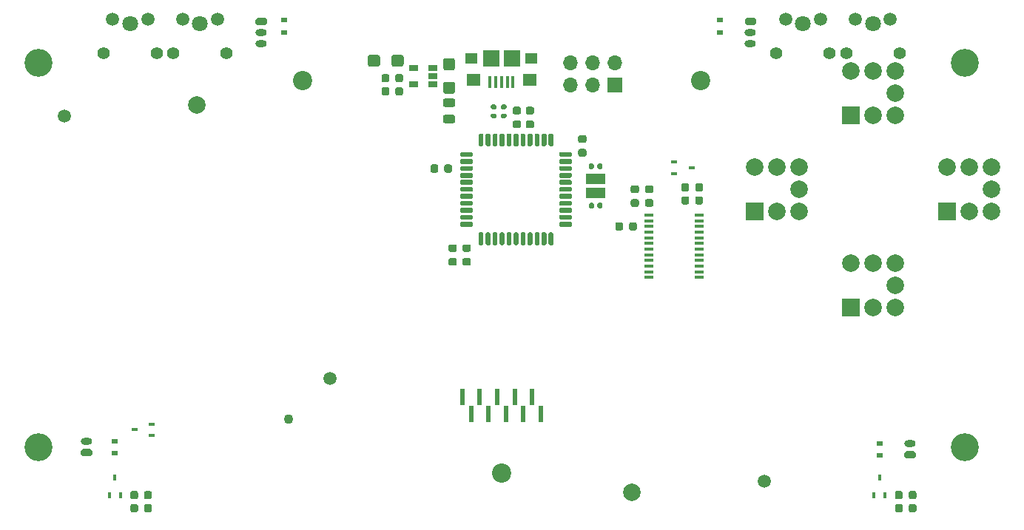
<source format=gbr>
G04 #@! TF.GenerationSoftware,KiCad,Pcbnew,(5.1.9)-1*
G04 #@! TF.CreationDate,2021-05-31T15:03:51+02:00*
G04 #@! TF.ProjectId,gamerino,67616d65-7269-46e6-9f2e-6b696361645f,01*
G04 #@! TF.SameCoordinates,Original*
G04 #@! TF.FileFunction,Soldermask,Bot*
G04 #@! TF.FilePolarity,Negative*
%FSLAX46Y46*%
G04 Gerber Fmt 4.6, Leading zero omitted, Abs format (unit mm)*
G04 Created by KiCad (PCBNEW (5.1.9)-1) date 2021-05-31 15:03:51*
%MOMM*%
%LPD*%
G01*
G04 APERTURE LIST*
%ADD10R,0.700000X0.450000*%
%ADD11R,2.200000X1.150000*%
%ADD12R,0.450000X0.700000*%
%ADD13R,0.700000X0.600000*%
%ADD14O,1.300000X0.800000*%
%ADD15C,2.000000*%
%ADD16R,2.000000X2.000000*%
%ADD17C,2.200000*%
%ADD18R,0.500000X1.950000*%
%ADD19C,3.200000*%
%ADD20C,1.500000*%
%ADD21C,1.100000*%
%ADD22R,0.400000X1.350000*%
%ADD23R,1.600000X1.400000*%
%ADD24R,1.450000X1.300000*%
%ADD25R,1.900000X1.900000*%
%ADD26C,1.400000*%
%ADD27C,1.800000*%
%ADD28R,1.700000X1.700000*%
%ADD29O,1.700000X1.700000*%
%ADD30R,1.060000X0.650000*%
%ADD31R,1.100000X0.400000*%
G04 APERTURE END LIST*
D10*
X157750000Y-76150000D03*
X157750000Y-74850000D03*
X159750000Y-75500000D03*
D11*
X148770000Y-78350000D03*
X148770000Y-76800000D03*
G36*
G01*
X97100000Y-113256250D02*
X97100000Y-112743750D01*
G75*
G02*
X97318750Y-112525000I218750J0D01*
G01*
X97756250Y-112525000D01*
G75*
G02*
X97975000Y-112743750I0J-218750D01*
G01*
X97975000Y-113256250D01*
G75*
G02*
X97756250Y-113475000I-218750J0D01*
G01*
X97318750Y-113475000D01*
G75*
G02*
X97100000Y-113256250I0J218750D01*
G01*
G37*
G36*
G01*
X95525000Y-113256250D02*
X95525000Y-112743750D01*
G75*
G02*
X95743750Y-112525000I218750J0D01*
G01*
X96181250Y-112525000D01*
G75*
G02*
X96400000Y-112743750I0J-218750D01*
G01*
X96400000Y-113256250D01*
G75*
G02*
X96181250Y-113475000I-218750J0D01*
G01*
X95743750Y-113475000D01*
G75*
G02*
X95525000Y-113256250I0J218750D01*
G01*
G37*
G36*
G01*
X95525000Y-114756250D02*
X95525000Y-114243750D01*
G75*
G02*
X95743750Y-114025000I218750J0D01*
G01*
X96181250Y-114025000D01*
G75*
G02*
X96400000Y-114243750I0J-218750D01*
G01*
X96400000Y-114756250D01*
G75*
G02*
X96181250Y-114975000I-218750J0D01*
G01*
X95743750Y-114975000D01*
G75*
G02*
X95525000Y-114756250I0J218750D01*
G01*
G37*
G36*
G01*
X97100000Y-114756250D02*
X97100000Y-114243750D01*
G75*
G02*
X97318750Y-114025000I218750J0D01*
G01*
X97756250Y-114025000D01*
G75*
G02*
X97975000Y-114243750I0J-218750D01*
G01*
X97975000Y-114756250D01*
G75*
G02*
X97756250Y-114975000I-218750J0D01*
G01*
X97318750Y-114975000D01*
G75*
G02*
X97100000Y-114756250I0J218750D01*
G01*
G37*
G36*
G01*
X183025000Y-113256250D02*
X183025000Y-112743750D01*
G75*
G02*
X183243750Y-112525000I218750J0D01*
G01*
X183681250Y-112525000D01*
G75*
G02*
X183900000Y-112743750I0J-218750D01*
G01*
X183900000Y-113256250D01*
G75*
G02*
X183681250Y-113475000I-218750J0D01*
G01*
X183243750Y-113475000D01*
G75*
G02*
X183025000Y-113256250I0J218750D01*
G01*
G37*
G36*
G01*
X184600000Y-113256250D02*
X184600000Y-112743750D01*
G75*
G02*
X184818750Y-112525000I218750J0D01*
G01*
X185256250Y-112525000D01*
G75*
G02*
X185475000Y-112743750I0J-218750D01*
G01*
X185475000Y-113256250D01*
G75*
G02*
X185256250Y-113475000I-218750J0D01*
G01*
X184818750Y-113475000D01*
G75*
G02*
X184600000Y-113256250I0J218750D01*
G01*
G37*
G36*
G01*
X184600000Y-114756250D02*
X184600000Y-114243750D01*
G75*
G02*
X184818750Y-114025000I218750J0D01*
G01*
X185256250Y-114025000D01*
G75*
G02*
X185475000Y-114243750I0J-218750D01*
G01*
X185475000Y-114756250D01*
G75*
G02*
X185256250Y-114975000I-218750J0D01*
G01*
X184818750Y-114975000D01*
G75*
G02*
X184600000Y-114756250I0J218750D01*
G01*
G37*
G36*
G01*
X183025000Y-114756250D02*
X183025000Y-114243750D01*
G75*
G02*
X183243750Y-114025000I218750J0D01*
G01*
X183681250Y-114025000D01*
G75*
G02*
X183900000Y-114243750I0J-218750D01*
G01*
X183900000Y-114756250D01*
G75*
G02*
X183681250Y-114975000I-218750J0D01*
G01*
X183243750Y-114975000D01*
G75*
G02*
X183025000Y-114756250I0J218750D01*
G01*
G37*
D12*
X181900000Y-113000000D03*
X180600000Y-113000000D03*
X181250000Y-111000000D03*
X93750000Y-111000000D03*
X93100000Y-113000000D03*
X94400000Y-113000000D03*
D13*
X93750000Y-108200000D03*
X93750000Y-106800000D03*
X181250000Y-107050000D03*
X181250000Y-108450000D03*
G36*
G01*
X185200000Y-108775000D02*
X184300000Y-108775000D01*
G75*
G02*
X184100000Y-108575000I0J200000D01*
G01*
X184100000Y-108175000D01*
G75*
G02*
X184300000Y-107975000I200000J0D01*
G01*
X185200000Y-107975000D01*
G75*
G02*
X185400000Y-108175000I0J-200000D01*
G01*
X185400000Y-108575000D01*
G75*
G02*
X185200000Y-108775000I-200000J0D01*
G01*
G37*
D14*
X184750000Y-107125000D03*
X90500000Y-106875000D03*
G36*
G01*
X90950000Y-108525000D02*
X90050000Y-108525000D01*
G75*
G02*
X89850000Y-108325000I0J200000D01*
G01*
X89850000Y-107925000D01*
G75*
G02*
X90050000Y-107725000I200000J0D01*
G01*
X90950000Y-107725000D01*
G75*
G02*
X91150000Y-107925000I0J-200000D01*
G01*
X91150000Y-108325000D01*
G75*
G02*
X90950000Y-108525000I-200000J0D01*
G01*
G37*
D15*
X194040000Y-78000000D03*
X191500000Y-75460000D03*
X191500000Y-80540000D03*
X194040000Y-75460000D03*
X194040000Y-80540000D03*
X188960000Y-75460000D03*
D16*
X188960000Y-80540000D03*
D10*
X98000000Y-104850000D03*
X98000000Y-106150000D03*
X96000000Y-105500000D03*
D13*
X163000000Y-60000000D03*
X163000000Y-58600000D03*
X113100000Y-58600000D03*
X113100000Y-60000000D03*
G36*
G01*
X166050000Y-58350000D02*
X166950000Y-58350000D01*
G75*
G02*
X167150000Y-58550000I0J-200000D01*
G01*
X167150000Y-58950000D01*
G75*
G02*
X166950000Y-59150000I-200000J0D01*
G01*
X166050000Y-59150000D01*
G75*
G02*
X165850000Y-58950000I0J200000D01*
G01*
X165850000Y-58550000D01*
G75*
G02*
X166050000Y-58350000I200000J0D01*
G01*
G37*
D14*
X166500000Y-60000000D03*
X166500000Y-61250000D03*
G36*
G01*
X110050000Y-58350000D02*
X110950000Y-58350000D01*
G75*
G02*
X111150000Y-58550000I0J-200000D01*
G01*
X111150000Y-58950000D01*
G75*
G02*
X110950000Y-59150000I-200000J0D01*
G01*
X110050000Y-59150000D01*
G75*
G02*
X109850000Y-58950000I0J200000D01*
G01*
X109850000Y-58550000D01*
G75*
G02*
X110050000Y-58350000I200000J0D01*
G01*
G37*
X110500000Y-60000000D03*
X110500000Y-61250000D03*
D17*
X138000000Y-110500000D03*
X115250000Y-65500000D03*
X160750000Y-65500000D03*
D18*
X142500000Y-103725000D03*
X140500000Y-103725000D03*
X138500000Y-103725000D03*
X136500000Y-103725000D03*
X134500000Y-103725000D03*
X141500000Y-101775000D03*
X139500000Y-101775000D03*
X137500000Y-101775000D03*
X135500000Y-101775000D03*
X133500000Y-101775000D03*
G36*
G01*
X138435000Y-68810000D02*
X138065000Y-68810000D01*
G75*
G02*
X137930000Y-68675000I0J135000D01*
G01*
X137930000Y-68405000D01*
G75*
G02*
X138065000Y-68270000I135000J0D01*
G01*
X138435000Y-68270000D01*
G75*
G02*
X138570000Y-68405000I0J-135000D01*
G01*
X138570000Y-68675000D01*
G75*
G02*
X138435000Y-68810000I-135000J0D01*
G01*
G37*
G36*
G01*
X138435000Y-69830000D02*
X138065000Y-69830000D01*
G75*
G02*
X137930000Y-69695000I0J135000D01*
G01*
X137930000Y-69425000D01*
G75*
G02*
X138065000Y-69290000I135000J0D01*
G01*
X138435000Y-69290000D01*
G75*
G02*
X138570000Y-69425000I0J-135000D01*
G01*
X138570000Y-69695000D01*
G75*
G02*
X138435000Y-69830000I-135000J0D01*
G01*
G37*
G36*
G01*
X137285000Y-68810000D02*
X136915000Y-68810000D01*
G75*
G02*
X136780000Y-68675000I0J135000D01*
G01*
X136780000Y-68405000D01*
G75*
G02*
X136915000Y-68270000I135000J0D01*
G01*
X137285000Y-68270000D01*
G75*
G02*
X137420000Y-68405000I0J-135000D01*
G01*
X137420000Y-68675000D01*
G75*
G02*
X137285000Y-68810000I-135000J0D01*
G01*
G37*
G36*
G01*
X137285000Y-69830000D02*
X136915000Y-69830000D01*
G75*
G02*
X136780000Y-69695000I0J135000D01*
G01*
X136780000Y-69425000D01*
G75*
G02*
X136915000Y-69290000I135000J0D01*
G01*
X137285000Y-69290000D01*
G75*
G02*
X137420000Y-69425000I0J-135000D01*
G01*
X137420000Y-69695000D01*
G75*
G02*
X137285000Y-69830000I-135000J0D01*
G01*
G37*
D19*
X85000000Y-107500000D03*
X85000000Y-63500000D03*
X191000000Y-63500000D03*
X191000000Y-107500000D03*
D20*
X118330000Y-99670000D03*
D21*
X113670000Y-104330000D03*
D20*
X168050000Y-111400000D03*
D15*
X152900000Y-112700000D03*
D20*
X87950000Y-69600000D03*
D15*
X103100000Y-68300000D03*
D22*
X136700000Y-65675000D03*
X137350000Y-65675000D03*
X138000000Y-65675000D03*
X138650000Y-65675000D03*
X139300000Y-65675000D03*
D23*
X134800000Y-65450000D03*
X141200000Y-65450000D03*
D24*
X141425000Y-63000000D03*
X134575000Y-63000000D03*
D25*
X136800000Y-63000000D03*
X139200000Y-63000000D03*
D20*
X97500000Y-58450000D03*
X93500000Y-58450000D03*
D26*
X98550000Y-62400000D03*
X92450000Y-62400000D03*
D27*
X95500000Y-59000000D03*
D20*
X101500000Y-58450000D03*
X105500000Y-58450000D03*
D26*
X100450000Y-62400000D03*
X106550000Y-62400000D03*
D27*
X103500000Y-59000000D03*
D20*
X170500000Y-58450000D03*
X174500000Y-58450000D03*
D26*
X169450000Y-62400000D03*
X175550000Y-62400000D03*
D27*
X172500000Y-59000000D03*
D20*
X182500000Y-58450000D03*
X178500000Y-58450000D03*
D26*
X183550000Y-62400000D03*
X177450000Y-62400000D03*
D27*
X180500000Y-59000000D03*
G36*
G01*
X132656250Y-85150000D02*
X132143750Y-85150000D01*
G75*
G02*
X131925000Y-84931250I0J218750D01*
G01*
X131925000Y-84493750D01*
G75*
G02*
X132143750Y-84275000I218750J0D01*
G01*
X132656250Y-84275000D01*
G75*
G02*
X132875000Y-84493750I0J-218750D01*
G01*
X132875000Y-84931250D01*
G75*
G02*
X132656250Y-85150000I-218750J0D01*
G01*
G37*
G36*
G01*
X132656250Y-86725000D02*
X132143750Y-86725000D01*
G75*
G02*
X131925000Y-86506250I0J218750D01*
G01*
X131925000Y-86068750D01*
G75*
G02*
X132143750Y-85850000I218750J0D01*
G01*
X132656250Y-85850000D01*
G75*
G02*
X132875000Y-86068750I0J-218750D01*
G01*
X132875000Y-86506250D01*
G75*
G02*
X132656250Y-86725000I-218750J0D01*
G01*
G37*
D15*
X183040000Y-67000000D03*
X180500000Y-64460000D03*
X180500000Y-69540000D03*
X183040000Y-64460000D03*
X183040000Y-69540000D03*
X177960000Y-64460000D03*
D16*
X177960000Y-69540000D03*
D15*
X183040000Y-89000000D03*
X180500000Y-86460000D03*
X180500000Y-91540000D03*
X183040000Y-86460000D03*
X183040000Y-91540000D03*
X177960000Y-86460000D03*
D16*
X177960000Y-91540000D03*
D15*
X172040000Y-78000000D03*
X169500000Y-75460000D03*
X169500000Y-80540000D03*
X172040000Y-75460000D03*
X172040000Y-80540000D03*
X166960000Y-75460000D03*
D16*
X166960000Y-80540000D03*
G36*
G01*
X131574999Y-62950000D02*
X132425001Y-62950000D01*
G75*
G02*
X132675000Y-63199999I0J-249999D01*
G01*
X132675000Y-64100001D01*
G75*
G02*
X132425001Y-64350000I-249999J0D01*
G01*
X131574999Y-64350000D01*
G75*
G02*
X131325000Y-64100001I0J249999D01*
G01*
X131325000Y-63199999D01*
G75*
G02*
X131574999Y-62950000I249999J0D01*
G01*
G37*
G36*
G01*
X131574999Y-65650000D02*
X132425001Y-65650000D01*
G75*
G02*
X132675000Y-65899999I0J-249999D01*
G01*
X132675000Y-66800001D01*
G75*
G02*
X132425001Y-67050000I-249999J0D01*
G01*
X131574999Y-67050000D01*
G75*
G02*
X131325000Y-66800001I0J249999D01*
G01*
X131325000Y-65899999D01*
G75*
G02*
X131574999Y-65650000I249999J0D01*
G01*
G37*
G36*
G01*
X125400000Y-63675250D02*
X125400000Y-62824750D01*
G75*
G02*
X125649750Y-62575000I249750J0D01*
G01*
X126550250Y-62575000D01*
G75*
G02*
X126800000Y-62824750I0J-249750D01*
G01*
X126800000Y-63675250D01*
G75*
G02*
X126550250Y-63925000I-249750J0D01*
G01*
X125649750Y-63925000D01*
G75*
G02*
X125400000Y-63675250I0J249750D01*
G01*
G37*
G36*
G01*
X122700000Y-63675001D02*
X122700000Y-62824999D01*
G75*
G02*
X122949999Y-62575000I249999J0D01*
G01*
X123850001Y-62575000D01*
G75*
G02*
X124100000Y-62824999I0J-249999D01*
G01*
X124100000Y-63675001D01*
G75*
G02*
X123850001Y-63925000I-249999J0D01*
G01*
X122949999Y-63925000D01*
G75*
G02*
X122700000Y-63675001I0J249999D01*
G01*
G37*
G36*
G01*
X147990000Y-75522500D02*
X147990000Y-75177500D01*
G75*
G02*
X148137500Y-75030000I147500J0D01*
G01*
X148432500Y-75030000D01*
G75*
G02*
X148580000Y-75177500I0J-147500D01*
G01*
X148580000Y-75522500D01*
G75*
G02*
X148432500Y-75670000I-147500J0D01*
G01*
X148137500Y-75670000D01*
G75*
G02*
X147990000Y-75522500I0J147500D01*
G01*
G37*
G36*
G01*
X148960000Y-75522500D02*
X148960000Y-75177500D01*
G75*
G02*
X149107500Y-75030000I147500J0D01*
G01*
X149402500Y-75030000D01*
G75*
G02*
X149550000Y-75177500I0J-147500D01*
G01*
X149550000Y-75522500D01*
G75*
G02*
X149402500Y-75670000I-147500J0D01*
G01*
X149107500Y-75670000D01*
G75*
G02*
X148960000Y-75522500I0J147500D01*
G01*
G37*
G36*
G01*
X148960000Y-80022500D02*
X148960000Y-79677500D01*
G75*
G02*
X149107500Y-79530000I147500J0D01*
G01*
X149402500Y-79530000D01*
G75*
G02*
X149550000Y-79677500I0J-147500D01*
G01*
X149550000Y-80022500D01*
G75*
G02*
X149402500Y-80170000I-147500J0D01*
G01*
X149107500Y-80170000D01*
G75*
G02*
X148960000Y-80022500I0J147500D01*
G01*
G37*
G36*
G01*
X147990000Y-80022500D02*
X147990000Y-79677500D01*
G75*
G02*
X148137500Y-79530000I147500J0D01*
G01*
X148432500Y-79530000D01*
G75*
G02*
X148580000Y-79677500I0J-147500D01*
G01*
X148580000Y-80022500D01*
G75*
G02*
X148432500Y-80170000I-147500J0D01*
G01*
X148137500Y-80170000D01*
G75*
G02*
X147990000Y-80022500I0J147500D01*
G01*
G37*
G36*
G01*
X125150000Y-64993750D02*
X125150000Y-65506250D01*
G75*
G02*
X124931250Y-65725000I-218750J0D01*
G01*
X124493750Y-65725000D01*
G75*
G02*
X124275000Y-65506250I0J218750D01*
G01*
X124275000Y-64993750D01*
G75*
G02*
X124493750Y-64775000I218750J0D01*
G01*
X124931250Y-64775000D01*
G75*
G02*
X125150000Y-64993750I0J-218750D01*
G01*
G37*
G36*
G01*
X126725000Y-64993750D02*
X126725000Y-65506250D01*
G75*
G02*
X126506250Y-65725000I-218750J0D01*
G01*
X126068750Y-65725000D01*
G75*
G02*
X125850000Y-65506250I0J218750D01*
G01*
X125850000Y-64993750D01*
G75*
G02*
X126068750Y-64775000I218750J0D01*
G01*
X126506250Y-64775000D01*
G75*
G02*
X126725000Y-64993750I0J-218750D01*
G01*
G37*
G36*
G01*
X126725000Y-66493750D02*
X126725000Y-67006250D01*
G75*
G02*
X126506250Y-67225000I-218750J0D01*
G01*
X126068750Y-67225000D01*
G75*
G02*
X125850000Y-67006250I0J218750D01*
G01*
X125850000Y-66493750D01*
G75*
G02*
X126068750Y-66275000I218750J0D01*
G01*
X126506250Y-66275000D01*
G75*
G02*
X126725000Y-66493750I0J-218750D01*
G01*
G37*
G36*
G01*
X125150000Y-66493750D02*
X125150000Y-67006250D01*
G75*
G02*
X124931250Y-67225000I-218750J0D01*
G01*
X124493750Y-67225000D01*
G75*
G02*
X124275000Y-67006250I0J218750D01*
G01*
X124275000Y-66493750D01*
G75*
G02*
X124493750Y-66275000I218750J0D01*
G01*
X124931250Y-66275000D01*
G75*
G02*
X125150000Y-66493750I0J-218750D01*
G01*
G37*
G36*
G01*
X131450000Y-75856250D02*
X131450000Y-75343750D01*
G75*
G02*
X131668750Y-75125000I218750J0D01*
G01*
X132106250Y-75125000D01*
G75*
G02*
X132325000Y-75343750I0J-218750D01*
G01*
X132325000Y-75856250D01*
G75*
G02*
X132106250Y-76075000I-218750J0D01*
G01*
X131668750Y-76075000D01*
G75*
G02*
X131450000Y-75856250I0J218750D01*
G01*
G37*
G36*
G01*
X129875000Y-75856250D02*
X129875000Y-75343750D01*
G75*
G02*
X130093750Y-75125000I218750J0D01*
G01*
X130531250Y-75125000D01*
G75*
G02*
X130750000Y-75343750I0J-218750D01*
G01*
X130750000Y-75856250D01*
G75*
G02*
X130531250Y-76075000I-218750J0D01*
G01*
X130093750Y-76075000D01*
G75*
G02*
X129875000Y-75856250I0J218750D01*
G01*
G37*
G36*
G01*
X139493750Y-68525000D02*
X140006250Y-68525000D01*
G75*
G02*
X140225000Y-68743750I0J-218750D01*
G01*
X140225000Y-69181250D01*
G75*
G02*
X140006250Y-69400000I-218750J0D01*
G01*
X139493750Y-69400000D01*
G75*
G02*
X139275000Y-69181250I0J218750D01*
G01*
X139275000Y-68743750D01*
G75*
G02*
X139493750Y-68525000I218750J0D01*
G01*
G37*
G36*
G01*
X139493750Y-70100000D02*
X140006250Y-70100000D01*
G75*
G02*
X140225000Y-70318750I0J-218750D01*
G01*
X140225000Y-70756250D01*
G75*
G02*
X140006250Y-70975000I-218750J0D01*
G01*
X139493750Y-70975000D01*
G75*
G02*
X139275000Y-70756250I0J218750D01*
G01*
X139275000Y-70318750D01*
G75*
G02*
X139493750Y-70100000I218750J0D01*
G01*
G37*
G36*
G01*
X141506250Y-70975000D02*
X140993750Y-70975000D01*
G75*
G02*
X140775000Y-70756250I0J218750D01*
G01*
X140775000Y-70318750D01*
G75*
G02*
X140993750Y-70100000I218750J0D01*
G01*
X141506250Y-70100000D01*
G75*
G02*
X141725000Y-70318750I0J-218750D01*
G01*
X141725000Y-70756250D01*
G75*
G02*
X141506250Y-70975000I-218750J0D01*
G01*
G37*
G36*
G01*
X141506250Y-69400000D02*
X140993750Y-69400000D01*
G75*
G02*
X140775000Y-69181250I0J218750D01*
G01*
X140775000Y-68743750D01*
G75*
G02*
X140993750Y-68525000I218750J0D01*
G01*
X141506250Y-68525000D01*
G75*
G02*
X141725000Y-68743750I0J-218750D01*
G01*
X141725000Y-69181250D01*
G75*
G02*
X141506250Y-69400000I-218750J0D01*
G01*
G37*
G36*
G01*
X154643750Y-79100000D02*
X155156250Y-79100000D01*
G75*
G02*
X155375000Y-79318750I0J-218750D01*
G01*
X155375000Y-79756250D01*
G75*
G02*
X155156250Y-79975000I-218750J0D01*
G01*
X154643750Y-79975000D01*
G75*
G02*
X154425000Y-79756250I0J218750D01*
G01*
X154425000Y-79318750D01*
G75*
G02*
X154643750Y-79100000I218750J0D01*
G01*
G37*
G36*
G01*
X154643750Y-77525000D02*
X155156250Y-77525000D01*
G75*
G02*
X155375000Y-77743750I0J-218750D01*
G01*
X155375000Y-78181250D01*
G75*
G02*
X155156250Y-78400000I-218750J0D01*
G01*
X154643750Y-78400000D01*
G75*
G02*
X154425000Y-78181250I0J218750D01*
G01*
X154425000Y-77743750D01*
G75*
G02*
X154643750Y-77525000I218750J0D01*
G01*
G37*
G36*
G01*
X132456250Y-70425000D02*
X131543750Y-70425000D01*
G75*
G02*
X131300000Y-70181250I0J243750D01*
G01*
X131300000Y-69693750D01*
G75*
G02*
X131543750Y-69450000I243750J0D01*
G01*
X132456250Y-69450000D01*
G75*
G02*
X132700000Y-69693750I0J-243750D01*
G01*
X132700000Y-70181250D01*
G75*
G02*
X132456250Y-70425000I-243750J0D01*
G01*
G37*
G36*
G01*
X132456250Y-68550000D02*
X131543750Y-68550000D01*
G75*
G02*
X131300000Y-68306250I0J243750D01*
G01*
X131300000Y-67818750D01*
G75*
G02*
X131543750Y-67575000I243750J0D01*
G01*
X132456250Y-67575000D01*
G75*
G02*
X132700000Y-67818750I0J-243750D01*
G01*
X132700000Y-68306250D01*
G75*
G02*
X132456250Y-68550000I-243750J0D01*
G01*
G37*
D28*
X151000000Y-66000000D03*
D29*
X151000000Y-63460000D03*
X148460000Y-66000000D03*
X148460000Y-63460000D03*
X145920000Y-66000000D03*
X145920000Y-63460000D03*
G36*
G01*
X147506250Y-72650000D02*
X146993750Y-72650000D01*
G75*
G02*
X146775000Y-72431250I0J218750D01*
G01*
X146775000Y-71993750D01*
G75*
G02*
X146993750Y-71775000I218750J0D01*
G01*
X147506250Y-71775000D01*
G75*
G02*
X147725000Y-71993750I0J-218750D01*
G01*
X147725000Y-72431250D01*
G75*
G02*
X147506250Y-72650000I-218750J0D01*
G01*
G37*
G36*
G01*
X147506250Y-74225000D02*
X146993750Y-74225000D01*
G75*
G02*
X146775000Y-74006250I0J218750D01*
G01*
X146775000Y-73568750D01*
G75*
G02*
X146993750Y-73350000I218750J0D01*
G01*
X147506250Y-73350000D01*
G75*
G02*
X147725000Y-73568750I0J-218750D01*
G01*
X147725000Y-74006250D01*
G75*
G02*
X147506250Y-74225000I-218750J0D01*
G01*
G37*
G36*
G01*
X134256250Y-86725000D02*
X133743750Y-86725000D01*
G75*
G02*
X133525000Y-86506250I0J218750D01*
G01*
X133525000Y-86068750D01*
G75*
G02*
X133743750Y-85850000I218750J0D01*
G01*
X134256250Y-85850000D01*
G75*
G02*
X134475000Y-86068750I0J-218750D01*
G01*
X134475000Y-86506250D01*
G75*
G02*
X134256250Y-86725000I-218750J0D01*
G01*
G37*
G36*
G01*
X134256250Y-85150000D02*
X133743750Y-85150000D01*
G75*
G02*
X133525000Y-84931250I0J218750D01*
G01*
X133525000Y-84493750D01*
G75*
G02*
X133743750Y-84275000I218750J0D01*
G01*
X134256250Y-84275000D01*
G75*
G02*
X134475000Y-84493750I0J-218750D01*
G01*
X134475000Y-84931250D01*
G75*
G02*
X134256250Y-85150000I-218750J0D01*
G01*
G37*
G36*
G01*
X153475000Y-81968750D02*
X153475000Y-82481250D01*
G75*
G02*
X153256250Y-82700000I-218750J0D01*
G01*
X152818750Y-82700000D01*
G75*
G02*
X152600000Y-82481250I0J218750D01*
G01*
X152600000Y-81968750D01*
G75*
G02*
X152818750Y-81750000I218750J0D01*
G01*
X153256250Y-81750000D01*
G75*
G02*
X153475000Y-81968750I0J-218750D01*
G01*
G37*
G36*
G01*
X151900000Y-81968750D02*
X151900000Y-82481250D01*
G75*
G02*
X151681250Y-82700000I-218750J0D01*
G01*
X151243750Y-82700000D01*
G75*
G02*
X151025000Y-82481250I0J218750D01*
G01*
X151025000Y-81968750D01*
G75*
G02*
X151243750Y-81750000I218750J0D01*
G01*
X151681250Y-81750000D01*
G75*
G02*
X151900000Y-81968750I0J-218750D01*
G01*
G37*
G36*
G01*
X159462500Y-77493750D02*
X159462500Y-78006250D01*
G75*
G02*
X159243750Y-78225000I-218750J0D01*
G01*
X158806250Y-78225000D01*
G75*
G02*
X158587500Y-78006250I0J218750D01*
G01*
X158587500Y-77493750D01*
G75*
G02*
X158806250Y-77275000I218750J0D01*
G01*
X159243750Y-77275000D01*
G75*
G02*
X159462500Y-77493750I0J-218750D01*
G01*
G37*
G36*
G01*
X161037500Y-77493750D02*
X161037500Y-78006250D01*
G75*
G02*
X160818750Y-78225000I-218750J0D01*
G01*
X160381250Y-78225000D01*
G75*
G02*
X160162500Y-78006250I0J218750D01*
G01*
X160162500Y-77493750D01*
G75*
G02*
X160381250Y-77275000I218750J0D01*
G01*
X160818750Y-77275000D01*
G75*
G02*
X161037500Y-77493750I0J-218750D01*
G01*
G37*
G36*
G01*
X153506250Y-79975000D02*
X152993750Y-79975000D01*
G75*
G02*
X152775000Y-79756250I0J218750D01*
G01*
X152775000Y-79318750D01*
G75*
G02*
X152993750Y-79100000I218750J0D01*
G01*
X153506250Y-79100000D01*
G75*
G02*
X153725000Y-79318750I0J-218750D01*
G01*
X153725000Y-79756250D01*
G75*
G02*
X153506250Y-79975000I-218750J0D01*
G01*
G37*
G36*
G01*
X153506250Y-78400000D02*
X152993750Y-78400000D01*
G75*
G02*
X152775000Y-78181250I0J218750D01*
G01*
X152775000Y-77743750D01*
G75*
G02*
X152993750Y-77525000I218750J0D01*
G01*
X153506250Y-77525000D01*
G75*
G02*
X153725000Y-77743750I0J-218750D01*
G01*
X153725000Y-78181250D01*
G75*
G02*
X153506250Y-78400000I-218750J0D01*
G01*
G37*
G36*
G01*
X160162500Y-79506250D02*
X160162500Y-78993750D01*
G75*
G02*
X160381250Y-78775000I218750J0D01*
G01*
X160818750Y-78775000D01*
G75*
G02*
X161037500Y-78993750I0J-218750D01*
G01*
X161037500Y-79506250D01*
G75*
G02*
X160818750Y-79725000I-218750J0D01*
G01*
X160381250Y-79725000D01*
G75*
G02*
X160162500Y-79506250I0J218750D01*
G01*
G37*
G36*
G01*
X158587500Y-79506250D02*
X158587500Y-78993750D01*
G75*
G02*
X158806250Y-78775000I218750J0D01*
G01*
X159243750Y-78775000D01*
G75*
G02*
X159462500Y-78993750I0J-218750D01*
G01*
X159462500Y-79506250D01*
G75*
G02*
X159243750Y-79725000I-218750J0D01*
G01*
X158806250Y-79725000D01*
G75*
G02*
X158587500Y-79506250I0J218750D01*
G01*
G37*
D30*
X130100000Y-64050000D03*
X130100000Y-65000000D03*
X130100000Y-65950000D03*
X127900000Y-65950000D03*
X127900000Y-64050000D03*
G36*
G01*
X135522500Y-71580000D02*
X135797500Y-71580000D01*
G75*
G02*
X135935000Y-71717500I0J-137500D01*
G01*
X135935000Y-72917500D01*
G75*
G02*
X135797500Y-73055000I-137500J0D01*
G01*
X135522500Y-73055000D01*
G75*
G02*
X135385000Y-72917500I0J137500D01*
G01*
X135385000Y-71717500D01*
G75*
G02*
X135522500Y-71580000I137500J0D01*
G01*
G37*
G36*
G01*
X136322500Y-71580000D02*
X136597500Y-71580000D01*
G75*
G02*
X136735000Y-71717500I0J-137500D01*
G01*
X136735000Y-72917500D01*
G75*
G02*
X136597500Y-73055000I-137500J0D01*
G01*
X136322500Y-73055000D01*
G75*
G02*
X136185000Y-72917500I0J137500D01*
G01*
X136185000Y-71717500D01*
G75*
G02*
X136322500Y-71580000I137500J0D01*
G01*
G37*
G36*
G01*
X137122500Y-71580000D02*
X137397500Y-71580000D01*
G75*
G02*
X137535000Y-71717500I0J-137500D01*
G01*
X137535000Y-72917500D01*
G75*
G02*
X137397500Y-73055000I-137500J0D01*
G01*
X137122500Y-73055000D01*
G75*
G02*
X136985000Y-72917500I0J137500D01*
G01*
X136985000Y-71717500D01*
G75*
G02*
X137122500Y-71580000I137500J0D01*
G01*
G37*
G36*
G01*
X137922500Y-71580000D02*
X138197500Y-71580000D01*
G75*
G02*
X138335000Y-71717500I0J-137500D01*
G01*
X138335000Y-72917500D01*
G75*
G02*
X138197500Y-73055000I-137500J0D01*
G01*
X137922500Y-73055000D01*
G75*
G02*
X137785000Y-72917500I0J137500D01*
G01*
X137785000Y-71717500D01*
G75*
G02*
X137922500Y-71580000I137500J0D01*
G01*
G37*
G36*
G01*
X138722500Y-71580000D02*
X138997500Y-71580000D01*
G75*
G02*
X139135000Y-71717500I0J-137500D01*
G01*
X139135000Y-72917500D01*
G75*
G02*
X138997500Y-73055000I-137500J0D01*
G01*
X138722500Y-73055000D01*
G75*
G02*
X138585000Y-72917500I0J137500D01*
G01*
X138585000Y-71717500D01*
G75*
G02*
X138722500Y-71580000I137500J0D01*
G01*
G37*
G36*
G01*
X139522500Y-71580000D02*
X139797500Y-71580000D01*
G75*
G02*
X139935000Y-71717500I0J-137500D01*
G01*
X139935000Y-72917500D01*
G75*
G02*
X139797500Y-73055000I-137500J0D01*
G01*
X139522500Y-73055000D01*
G75*
G02*
X139385000Y-72917500I0J137500D01*
G01*
X139385000Y-71717500D01*
G75*
G02*
X139522500Y-71580000I137500J0D01*
G01*
G37*
G36*
G01*
X140322500Y-71580000D02*
X140597500Y-71580000D01*
G75*
G02*
X140735000Y-71717500I0J-137500D01*
G01*
X140735000Y-72917500D01*
G75*
G02*
X140597500Y-73055000I-137500J0D01*
G01*
X140322500Y-73055000D01*
G75*
G02*
X140185000Y-72917500I0J137500D01*
G01*
X140185000Y-71717500D01*
G75*
G02*
X140322500Y-71580000I137500J0D01*
G01*
G37*
G36*
G01*
X141122500Y-71580000D02*
X141397500Y-71580000D01*
G75*
G02*
X141535000Y-71717500I0J-137500D01*
G01*
X141535000Y-72917500D01*
G75*
G02*
X141397500Y-73055000I-137500J0D01*
G01*
X141122500Y-73055000D01*
G75*
G02*
X140985000Y-72917500I0J137500D01*
G01*
X140985000Y-71717500D01*
G75*
G02*
X141122500Y-71580000I137500J0D01*
G01*
G37*
G36*
G01*
X141922500Y-71580000D02*
X142197500Y-71580000D01*
G75*
G02*
X142335000Y-71717500I0J-137500D01*
G01*
X142335000Y-72917500D01*
G75*
G02*
X142197500Y-73055000I-137500J0D01*
G01*
X141922500Y-73055000D01*
G75*
G02*
X141785000Y-72917500I0J137500D01*
G01*
X141785000Y-71717500D01*
G75*
G02*
X141922500Y-71580000I137500J0D01*
G01*
G37*
G36*
G01*
X142722500Y-71580000D02*
X142997500Y-71580000D01*
G75*
G02*
X143135000Y-71717500I0J-137500D01*
G01*
X143135000Y-72917500D01*
G75*
G02*
X142997500Y-73055000I-137500J0D01*
G01*
X142722500Y-73055000D01*
G75*
G02*
X142585000Y-72917500I0J137500D01*
G01*
X142585000Y-71717500D01*
G75*
G02*
X142722500Y-71580000I137500J0D01*
G01*
G37*
G36*
G01*
X143522500Y-71580000D02*
X143797500Y-71580000D01*
G75*
G02*
X143935000Y-71717500I0J-137500D01*
G01*
X143935000Y-72917500D01*
G75*
G02*
X143797500Y-73055000I-137500J0D01*
G01*
X143522500Y-73055000D01*
G75*
G02*
X143385000Y-72917500I0J137500D01*
G01*
X143385000Y-71717500D01*
G75*
G02*
X143522500Y-71580000I137500J0D01*
G01*
G37*
G36*
G01*
X144722500Y-73705000D02*
X145922500Y-73705000D01*
G75*
G02*
X146060000Y-73842500I0J-137500D01*
G01*
X146060000Y-74117500D01*
G75*
G02*
X145922500Y-74255000I-137500J0D01*
G01*
X144722500Y-74255000D01*
G75*
G02*
X144585000Y-74117500I0J137500D01*
G01*
X144585000Y-73842500D01*
G75*
G02*
X144722500Y-73705000I137500J0D01*
G01*
G37*
G36*
G01*
X144722500Y-74505000D02*
X145922500Y-74505000D01*
G75*
G02*
X146060000Y-74642500I0J-137500D01*
G01*
X146060000Y-74917500D01*
G75*
G02*
X145922500Y-75055000I-137500J0D01*
G01*
X144722500Y-75055000D01*
G75*
G02*
X144585000Y-74917500I0J137500D01*
G01*
X144585000Y-74642500D01*
G75*
G02*
X144722500Y-74505000I137500J0D01*
G01*
G37*
G36*
G01*
X144722500Y-75305000D02*
X145922500Y-75305000D01*
G75*
G02*
X146060000Y-75442500I0J-137500D01*
G01*
X146060000Y-75717500D01*
G75*
G02*
X145922500Y-75855000I-137500J0D01*
G01*
X144722500Y-75855000D01*
G75*
G02*
X144585000Y-75717500I0J137500D01*
G01*
X144585000Y-75442500D01*
G75*
G02*
X144722500Y-75305000I137500J0D01*
G01*
G37*
G36*
G01*
X144722500Y-76105000D02*
X145922500Y-76105000D01*
G75*
G02*
X146060000Y-76242500I0J-137500D01*
G01*
X146060000Y-76517500D01*
G75*
G02*
X145922500Y-76655000I-137500J0D01*
G01*
X144722500Y-76655000D01*
G75*
G02*
X144585000Y-76517500I0J137500D01*
G01*
X144585000Y-76242500D01*
G75*
G02*
X144722500Y-76105000I137500J0D01*
G01*
G37*
G36*
G01*
X144722500Y-76905000D02*
X145922500Y-76905000D01*
G75*
G02*
X146060000Y-77042500I0J-137500D01*
G01*
X146060000Y-77317500D01*
G75*
G02*
X145922500Y-77455000I-137500J0D01*
G01*
X144722500Y-77455000D01*
G75*
G02*
X144585000Y-77317500I0J137500D01*
G01*
X144585000Y-77042500D01*
G75*
G02*
X144722500Y-76905000I137500J0D01*
G01*
G37*
G36*
G01*
X144722500Y-77705000D02*
X145922500Y-77705000D01*
G75*
G02*
X146060000Y-77842500I0J-137500D01*
G01*
X146060000Y-78117500D01*
G75*
G02*
X145922500Y-78255000I-137500J0D01*
G01*
X144722500Y-78255000D01*
G75*
G02*
X144585000Y-78117500I0J137500D01*
G01*
X144585000Y-77842500D01*
G75*
G02*
X144722500Y-77705000I137500J0D01*
G01*
G37*
G36*
G01*
X144722500Y-78505000D02*
X145922500Y-78505000D01*
G75*
G02*
X146060000Y-78642500I0J-137500D01*
G01*
X146060000Y-78917500D01*
G75*
G02*
X145922500Y-79055000I-137500J0D01*
G01*
X144722500Y-79055000D01*
G75*
G02*
X144585000Y-78917500I0J137500D01*
G01*
X144585000Y-78642500D01*
G75*
G02*
X144722500Y-78505000I137500J0D01*
G01*
G37*
G36*
G01*
X144722500Y-79305000D02*
X145922500Y-79305000D01*
G75*
G02*
X146060000Y-79442500I0J-137500D01*
G01*
X146060000Y-79717500D01*
G75*
G02*
X145922500Y-79855000I-137500J0D01*
G01*
X144722500Y-79855000D01*
G75*
G02*
X144585000Y-79717500I0J137500D01*
G01*
X144585000Y-79442500D01*
G75*
G02*
X144722500Y-79305000I137500J0D01*
G01*
G37*
G36*
G01*
X144722500Y-80105000D02*
X145922500Y-80105000D01*
G75*
G02*
X146060000Y-80242500I0J-137500D01*
G01*
X146060000Y-80517500D01*
G75*
G02*
X145922500Y-80655000I-137500J0D01*
G01*
X144722500Y-80655000D01*
G75*
G02*
X144585000Y-80517500I0J137500D01*
G01*
X144585000Y-80242500D01*
G75*
G02*
X144722500Y-80105000I137500J0D01*
G01*
G37*
G36*
G01*
X144722500Y-80905000D02*
X145922500Y-80905000D01*
G75*
G02*
X146060000Y-81042500I0J-137500D01*
G01*
X146060000Y-81317500D01*
G75*
G02*
X145922500Y-81455000I-137500J0D01*
G01*
X144722500Y-81455000D01*
G75*
G02*
X144585000Y-81317500I0J137500D01*
G01*
X144585000Y-81042500D01*
G75*
G02*
X144722500Y-80905000I137500J0D01*
G01*
G37*
G36*
G01*
X144722500Y-81705000D02*
X145922500Y-81705000D01*
G75*
G02*
X146060000Y-81842500I0J-137500D01*
G01*
X146060000Y-82117500D01*
G75*
G02*
X145922500Y-82255000I-137500J0D01*
G01*
X144722500Y-82255000D01*
G75*
G02*
X144585000Y-82117500I0J137500D01*
G01*
X144585000Y-81842500D01*
G75*
G02*
X144722500Y-81705000I137500J0D01*
G01*
G37*
G36*
G01*
X143522500Y-82905000D02*
X143797500Y-82905000D01*
G75*
G02*
X143935000Y-83042500I0J-137500D01*
G01*
X143935000Y-84242500D01*
G75*
G02*
X143797500Y-84380000I-137500J0D01*
G01*
X143522500Y-84380000D01*
G75*
G02*
X143385000Y-84242500I0J137500D01*
G01*
X143385000Y-83042500D01*
G75*
G02*
X143522500Y-82905000I137500J0D01*
G01*
G37*
G36*
G01*
X142722500Y-82905000D02*
X142997500Y-82905000D01*
G75*
G02*
X143135000Y-83042500I0J-137500D01*
G01*
X143135000Y-84242500D01*
G75*
G02*
X142997500Y-84380000I-137500J0D01*
G01*
X142722500Y-84380000D01*
G75*
G02*
X142585000Y-84242500I0J137500D01*
G01*
X142585000Y-83042500D01*
G75*
G02*
X142722500Y-82905000I137500J0D01*
G01*
G37*
G36*
G01*
X141922500Y-82905000D02*
X142197500Y-82905000D01*
G75*
G02*
X142335000Y-83042500I0J-137500D01*
G01*
X142335000Y-84242500D01*
G75*
G02*
X142197500Y-84380000I-137500J0D01*
G01*
X141922500Y-84380000D01*
G75*
G02*
X141785000Y-84242500I0J137500D01*
G01*
X141785000Y-83042500D01*
G75*
G02*
X141922500Y-82905000I137500J0D01*
G01*
G37*
G36*
G01*
X141122500Y-82905000D02*
X141397500Y-82905000D01*
G75*
G02*
X141535000Y-83042500I0J-137500D01*
G01*
X141535000Y-84242500D01*
G75*
G02*
X141397500Y-84380000I-137500J0D01*
G01*
X141122500Y-84380000D01*
G75*
G02*
X140985000Y-84242500I0J137500D01*
G01*
X140985000Y-83042500D01*
G75*
G02*
X141122500Y-82905000I137500J0D01*
G01*
G37*
G36*
G01*
X140322500Y-82905000D02*
X140597500Y-82905000D01*
G75*
G02*
X140735000Y-83042500I0J-137500D01*
G01*
X140735000Y-84242500D01*
G75*
G02*
X140597500Y-84380000I-137500J0D01*
G01*
X140322500Y-84380000D01*
G75*
G02*
X140185000Y-84242500I0J137500D01*
G01*
X140185000Y-83042500D01*
G75*
G02*
X140322500Y-82905000I137500J0D01*
G01*
G37*
G36*
G01*
X139522500Y-82905000D02*
X139797500Y-82905000D01*
G75*
G02*
X139935000Y-83042500I0J-137500D01*
G01*
X139935000Y-84242500D01*
G75*
G02*
X139797500Y-84380000I-137500J0D01*
G01*
X139522500Y-84380000D01*
G75*
G02*
X139385000Y-84242500I0J137500D01*
G01*
X139385000Y-83042500D01*
G75*
G02*
X139522500Y-82905000I137500J0D01*
G01*
G37*
G36*
G01*
X138722500Y-82905000D02*
X138997500Y-82905000D01*
G75*
G02*
X139135000Y-83042500I0J-137500D01*
G01*
X139135000Y-84242500D01*
G75*
G02*
X138997500Y-84380000I-137500J0D01*
G01*
X138722500Y-84380000D01*
G75*
G02*
X138585000Y-84242500I0J137500D01*
G01*
X138585000Y-83042500D01*
G75*
G02*
X138722500Y-82905000I137500J0D01*
G01*
G37*
G36*
G01*
X137922500Y-82905000D02*
X138197500Y-82905000D01*
G75*
G02*
X138335000Y-83042500I0J-137500D01*
G01*
X138335000Y-84242500D01*
G75*
G02*
X138197500Y-84380000I-137500J0D01*
G01*
X137922500Y-84380000D01*
G75*
G02*
X137785000Y-84242500I0J137500D01*
G01*
X137785000Y-83042500D01*
G75*
G02*
X137922500Y-82905000I137500J0D01*
G01*
G37*
G36*
G01*
X137122500Y-82905000D02*
X137397500Y-82905000D01*
G75*
G02*
X137535000Y-83042500I0J-137500D01*
G01*
X137535000Y-84242500D01*
G75*
G02*
X137397500Y-84380000I-137500J0D01*
G01*
X137122500Y-84380000D01*
G75*
G02*
X136985000Y-84242500I0J137500D01*
G01*
X136985000Y-83042500D01*
G75*
G02*
X137122500Y-82905000I137500J0D01*
G01*
G37*
G36*
G01*
X136322500Y-82905000D02*
X136597500Y-82905000D01*
G75*
G02*
X136735000Y-83042500I0J-137500D01*
G01*
X136735000Y-84242500D01*
G75*
G02*
X136597500Y-84380000I-137500J0D01*
G01*
X136322500Y-84380000D01*
G75*
G02*
X136185000Y-84242500I0J137500D01*
G01*
X136185000Y-83042500D01*
G75*
G02*
X136322500Y-82905000I137500J0D01*
G01*
G37*
G36*
G01*
X135522500Y-82905000D02*
X135797500Y-82905000D01*
G75*
G02*
X135935000Y-83042500I0J-137500D01*
G01*
X135935000Y-84242500D01*
G75*
G02*
X135797500Y-84380000I-137500J0D01*
G01*
X135522500Y-84380000D01*
G75*
G02*
X135385000Y-84242500I0J137500D01*
G01*
X135385000Y-83042500D01*
G75*
G02*
X135522500Y-82905000I137500J0D01*
G01*
G37*
G36*
G01*
X133397500Y-81705000D02*
X134597500Y-81705000D01*
G75*
G02*
X134735000Y-81842500I0J-137500D01*
G01*
X134735000Y-82117500D01*
G75*
G02*
X134597500Y-82255000I-137500J0D01*
G01*
X133397500Y-82255000D01*
G75*
G02*
X133260000Y-82117500I0J137500D01*
G01*
X133260000Y-81842500D01*
G75*
G02*
X133397500Y-81705000I137500J0D01*
G01*
G37*
G36*
G01*
X133397500Y-80905000D02*
X134597500Y-80905000D01*
G75*
G02*
X134735000Y-81042500I0J-137500D01*
G01*
X134735000Y-81317500D01*
G75*
G02*
X134597500Y-81455000I-137500J0D01*
G01*
X133397500Y-81455000D01*
G75*
G02*
X133260000Y-81317500I0J137500D01*
G01*
X133260000Y-81042500D01*
G75*
G02*
X133397500Y-80905000I137500J0D01*
G01*
G37*
G36*
G01*
X133397500Y-80105000D02*
X134597500Y-80105000D01*
G75*
G02*
X134735000Y-80242500I0J-137500D01*
G01*
X134735000Y-80517500D01*
G75*
G02*
X134597500Y-80655000I-137500J0D01*
G01*
X133397500Y-80655000D01*
G75*
G02*
X133260000Y-80517500I0J137500D01*
G01*
X133260000Y-80242500D01*
G75*
G02*
X133397500Y-80105000I137500J0D01*
G01*
G37*
G36*
G01*
X133397500Y-79305000D02*
X134597500Y-79305000D01*
G75*
G02*
X134735000Y-79442500I0J-137500D01*
G01*
X134735000Y-79717500D01*
G75*
G02*
X134597500Y-79855000I-137500J0D01*
G01*
X133397500Y-79855000D01*
G75*
G02*
X133260000Y-79717500I0J137500D01*
G01*
X133260000Y-79442500D01*
G75*
G02*
X133397500Y-79305000I137500J0D01*
G01*
G37*
G36*
G01*
X133397500Y-78505000D02*
X134597500Y-78505000D01*
G75*
G02*
X134735000Y-78642500I0J-137500D01*
G01*
X134735000Y-78917500D01*
G75*
G02*
X134597500Y-79055000I-137500J0D01*
G01*
X133397500Y-79055000D01*
G75*
G02*
X133260000Y-78917500I0J137500D01*
G01*
X133260000Y-78642500D01*
G75*
G02*
X133397500Y-78505000I137500J0D01*
G01*
G37*
G36*
G01*
X133397500Y-77705000D02*
X134597500Y-77705000D01*
G75*
G02*
X134735000Y-77842500I0J-137500D01*
G01*
X134735000Y-78117500D01*
G75*
G02*
X134597500Y-78255000I-137500J0D01*
G01*
X133397500Y-78255000D01*
G75*
G02*
X133260000Y-78117500I0J137500D01*
G01*
X133260000Y-77842500D01*
G75*
G02*
X133397500Y-77705000I137500J0D01*
G01*
G37*
G36*
G01*
X133397500Y-76905000D02*
X134597500Y-76905000D01*
G75*
G02*
X134735000Y-77042500I0J-137500D01*
G01*
X134735000Y-77317500D01*
G75*
G02*
X134597500Y-77455000I-137500J0D01*
G01*
X133397500Y-77455000D01*
G75*
G02*
X133260000Y-77317500I0J137500D01*
G01*
X133260000Y-77042500D01*
G75*
G02*
X133397500Y-76905000I137500J0D01*
G01*
G37*
G36*
G01*
X133397500Y-76105000D02*
X134597500Y-76105000D01*
G75*
G02*
X134735000Y-76242500I0J-137500D01*
G01*
X134735000Y-76517500D01*
G75*
G02*
X134597500Y-76655000I-137500J0D01*
G01*
X133397500Y-76655000D01*
G75*
G02*
X133260000Y-76517500I0J137500D01*
G01*
X133260000Y-76242500D01*
G75*
G02*
X133397500Y-76105000I137500J0D01*
G01*
G37*
G36*
G01*
X133397500Y-75305000D02*
X134597500Y-75305000D01*
G75*
G02*
X134735000Y-75442500I0J-137500D01*
G01*
X134735000Y-75717500D01*
G75*
G02*
X134597500Y-75855000I-137500J0D01*
G01*
X133397500Y-75855000D01*
G75*
G02*
X133260000Y-75717500I0J137500D01*
G01*
X133260000Y-75442500D01*
G75*
G02*
X133397500Y-75305000I137500J0D01*
G01*
G37*
G36*
G01*
X133397500Y-74505000D02*
X134597500Y-74505000D01*
G75*
G02*
X134735000Y-74642500I0J-137500D01*
G01*
X134735000Y-74917500D01*
G75*
G02*
X134597500Y-75055000I-137500J0D01*
G01*
X133397500Y-75055000D01*
G75*
G02*
X133260000Y-74917500I0J137500D01*
G01*
X133260000Y-74642500D01*
G75*
G02*
X133397500Y-74505000I137500J0D01*
G01*
G37*
G36*
G01*
X133397500Y-73705000D02*
X134597500Y-73705000D01*
G75*
G02*
X134735000Y-73842500I0J-137500D01*
G01*
X134735000Y-74117500D01*
G75*
G02*
X134597500Y-74255000I-137500J0D01*
G01*
X133397500Y-74255000D01*
G75*
G02*
X133260000Y-74117500I0J137500D01*
G01*
X133260000Y-73842500D01*
G75*
G02*
X133397500Y-73705000I137500J0D01*
G01*
G37*
D31*
X160600000Y-80925000D03*
X160600000Y-81575000D03*
X160600000Y-82225000D03*
X160600000Y-82875000D03*
X160600000Y-83525000D03*
X160600000Y-84175000D03*
X160600000Y-84825000D03*
X160600000Y-85475000D03*
X160600000Y-86125000D03*
X160600000Y-86775000D03*
X160600000Y-87425000D03*
X160600000Y-88075000D03*
X154900000Y-88075000D03*
X154900000Y-87425000D03*
X154900000Y-86775000D03*
X154900000Y-86125000D03*
X154900000Y-85475000D03*
X154900000Y-84825000D03*
X154900000Y-84175000D03*
X154900000Y-83525000D03*
X154900000Y-82875000D03*
X154900000Y-82225000D03*
X154900000Y-81575000D03*
X154900000Y-80925000D03*
M02*

</source>
